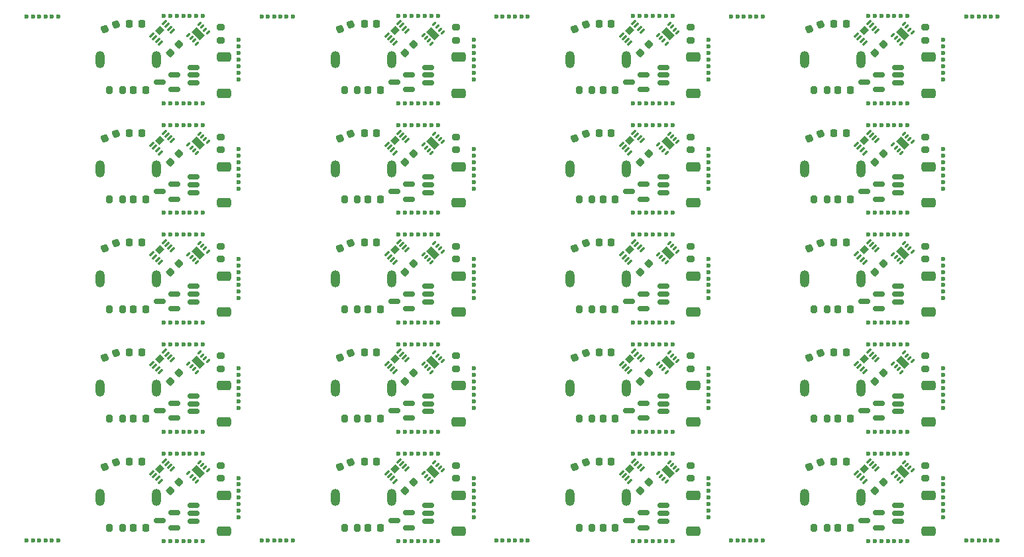
<source format=gbr>
%TF.GenerationSoftware,KiCad,Pcbnew,6.0.0-rc1-unknown-c40e921cb3~144~ubuntu18.04.1*%
%TF.CreationDate,2021-12-01T16:53:05+00:00*%
%TF.ProjectId,output.panel20,6f757470-7574-42e7-9061-6e656c32302e,rev?*%
%TF.SameCoordinates,PX9896800PY7270e00*%
%TF.FileFunction,Soldermask,Top*%
%TF.FilePolarity,Negative*%
%FSLAX46Y46*%
G04 Gerber Fmt 4.6, Leading zero omitted, Abs format (unit mm)*
G04 Created by KiCad (PCBNEW 6.0.0-rc1-unknown-c40e921cb3~144~ubuntu18.04.1) date 2021-12-01 16:53:05*
%MOMM*%
%LPD*%
G01*
G04 APERTURE LIST*
G04 Aperture macros list*
%AMRoundRect*
0 Rectangle with rounded corners*
0 $1 Rounding radius*
0 $2 $3 $4 $5 $6 $7 $8 $9 X,Y pos of 4 corners*
0 Add a 4 corners polygon primitive as box body*
4,1,4,$2,$3,$4,$5,$6,$7,$8,$9,$2,$3,0*
0 Add four circle primitives for the rounded corners*
1,1,$1+$1,$2,$3*
1,1,$1+$1,$4,$5*
1,1,$1+$1,$6,$7*
1,1,$1+$1,$8,$9*
0 Add four rect primitives between the rounded corners*
20,1,$1+$1,$2,$3,$4,$5,0*
20,1,$1+$1,$4,$5,$6,$7,0*
20,1,$1+$1,$6,$7,$8,$9,0*
20,1,$1+$1,$8,$9,$2,$3,0*%
%AMRotRect*
0 Rectangle, with rotation*
0 The origin of the aperture is its center*
0 $1 length*
0 $2 width*
0 $3 Rotation angle, in degrees counterclockwise*
0 Add horizontal line*
21,1,$1,$2,0,0,$3*%
G04 Aperture macros list end*
%ADD10RoundRect,0.200000X-0.200000X-0.275000X0.200000X-0.275000X0.200000X0.275000X-0.200000X0.275000X0*%
%ADD11O,1.200000X2.200000*%
%ADD12RoundRect,0.200000X0.275000X-0.200000X0.275000X0.200000X-0.275000X0.200000X-0.275000X-0.200000X0*%
%ADD13RoundRect,0.225000X-0.017678X0.335876X-0.335876X0.017678X0.017678X-0.335876X0.335876X-0.017678X0*%
%ADD14RoundRect,0.225000X-0.225000X-0.250000X0.225000X-0.250000X0.225000X0.250000X-0.225000X0.250000X0*%
%ADD15RoundRect,0.218750X-0.218750X-0.256250X0.218750X-0.256250X0.218750X0.256250X-0.218750X0.256250X0*%
%ADD16RoundRect,0.225000X0.109431X0.318041X-0.304796X0.142212X-0.109431X-0.318041X0.304796X-0.142212X0*%
%ADD17RoundRect,0.150000X0.625000X-0.150000X0.625000X0.150000X-0.625000X0.150000X-0.625000X-0.150000X0*%
%ADD18RoundRect,0.250000X0.650000X-0.350000X0.650000X0.350000X-0.650000X0.350000X-0.650000X-0.350000X0*%
%ADD19RotRect,0.800000X0.250000X45.000000*%
%ADD20RotRect,0.900000X0.800000X45.000000*%
%ADD21RoundRect,0.062500X-0.159099X-0.247487X0.247487X0.159099X0.159099X0.247487X-0.247487X-0.159099X0*%
%ADD22RotRect,0.900000X1.500000X45.000000*%
%ADD23RoundRect,0.150000X0.587500X0.150000X-0.587500X0.150000X-0.587500X-0.150000X0.587500X-0.150000X0*%
%ADD24C,0.600000*%
G04 APERTURE END LIST*
D10*
%TO.C,R1*%
X12575000Y-5400000D03*
X14225000Y-5400000D03*
%TD*%
D11*
%TO.C,J2*%
X-78600000Y54500000D03*
%TD*%
D12*
%TO.C,R2*%
X-33200000Y56975000D03*
X-33200000Y58625000D03*
%TD*%
D13*
%TO.C,C3*%
X21448008Y42448008D03*
X20351992Y41351992D03*
%TD*%
D11*
%TO.C,J2*%
X-48600000Y54500000D03*
%TD*%
D14*
%TO.C,C2*%
X15125000Y17100000D03*
X16675000Y17100000D03*
%TD*%
D15*
%TO.C,D1*%
X-74387500Y8600000D03*
X-72812500Y8600000D03*
%TD*%
%TO.C,D1*%
X-44387500Y8600000D03*
X-42812500Y8600000D03*
%TD*%
D13*
%TO.C,C3*%
X21448008Y28448008D03*
X20351992Y27351992D03*
%TD*%
D11*
%TO.C,J3*%
X-71400000Y40500000D03*
%TD*%
%TO.C,J2*%
X11400000Y54500000D03*
%TD*%
%TO.C,J3*%
X-71400000Y-1500000D03*
%TD*%
D14*
%TO.C,C2*%
X-14875000Y31100000D03*
X-13325000Y31100000D03*
%TD*%
D16*
%TO.C,C1*%
X-16586609Y59002817D03*
X-18013391Y58397183D03*
%TD*%
D17*
%TO.C,J1*%
X23300000Y9500000D03*
X23300000Y10500000D03*
X23300000Y11500000D03*
D18*
X27175000Y12800000D03*
X27175000Y8200000D03*
%TD*%
D14*
%TO.C,C2*%
X-74875000Y59100000D03*
X-73325000Y59100000D03*
%TD*%
D19*
%TO.C,U1*%
X17991852Y15652513D03*
X18345406Y15298959D03*
X18698959Y14945406D03*
X19052513Y14591852D03*
X20608148Y16147487D03*
X20254594Y16501041D03*
X19901041Y16854594D03*
X19547487Y17208148D03*
D20*
X19017157Y16182843D03*
%TD*%
D19*
%TO.C,U1*%
X-12008148Y15652513D03*
X-11654594Y15298959D03*
X-11301041Y14945406D03*
X-10947487Y14591852D03*
X-9391852Y16147487D03*
X-9745406Y16501041D03*
X-10098959Y16854594D03*
X-10452513Y17208148D03*
D20*
X-10982843Y16182843D03*
%TD*%
D11*
%TO.C,J2*%
X-18600000Y-1500000D03*
%TD*%
D17*
%TO.C,J1*%
X23300000Y23500000D03*
X23300000Y24500000D03*
X23300000Y25500000D03*
D18*
X27175000Y26800000D03*
X27175000Y22200000D03*
%TD*%
D11*
%TO.C,J3*%
X-71400000Y12500000D03*
%TD*%
D17*
%TO.C,J1*%
X-36700000Y-4500000D03*
X-36700000Y-3500000D03*
X-36700000Y-2500000D03*
D18*
X-32825000Y-1200000D03*
X-32825000Y-5800000D03*
%TD*%
D12*
%TO.C,R2*%
X26800000Y975000D03*
X26800000Y2625000D03*
%TD*%
D13*
%TO.C,C3*%
X-8551992Y42448008D03*
X-9648008Y41351992D03*
%TD*%
D12*
%TO.C,R2*%
X-63200000Y28975000D03*
X-63200000Y30625000D03*
%TD*%
D15*
%TO.C,D1*%
X15612500Y8600000D03*
X17187500Y8600000D03*
%TD*%
D12*
%TO.C,R2*%
X26800000Y42975000D03*
X26800000Y44625000D03*
%TD*%
D21*
%TO.C,U2*%
X22662563Y15623223D03*
X23016117Y15269670D03*
X23369670Y14916117D03*
X23723223Y14562563D03*
X25137437Y15976777D03*
X24783883Y16330330D03*
X24430330Y16683883D03*
X24076777Y17037437D03*
D22*
X23900000Y15800000D03*
%TD*%
D21*
%TO.C,U2*%
X-7337437Y1623223D03*
X-6983883Y1269670D03*
X-6630330Y916117D03*
X-6276777Y562563D03*
X-4862563Y1976777D03*
X-5216117Y2330330D03*
X-5569670Y2683883D03*
X-5923223Y3037437D03*
D22*
X-6100000Y1800000D03*
%TD*%
D14*
%TO.C,C2*%
X-74875000Y3100000D03*
X-73325000Y3100000D03*
%TD*%
D16*
%TO.C,C1*%
X-46586609Y3002817D03*
X-48013391Y2397183D03*
%TD*%
D23*
%TO.C,U3*%
X-39162500Y-5350000D03*
X-39162500Y-3450000D03*
X-41037500Y-4400000D03*
%TD*%
D19*
%TO.C,U1*%
X-72008148Y57652513D03*
X-71654594Y57298959D03*
X-71301041Y56945406D03*
X-70947487Y56591852D03*
X-69391852Y58147487D03*
X-69745406Y58501041D03*
X-70098959Y58854594D03*
X-70452513Y59208148D03*
D20*
X-70982843Y58182843D03*
%TD*%
D16*
%TO.C,C1*%
X-76586609Y17002817D03*
X-78013391Y16397183D03*
%TD*%
D14*
%TO.C,C2*%
X15125000Y59100000D03*
X16675000Y59100000D03*
%TD*%
D17*
%TO.C,J1*%
X-6700000Y51500000D03*
X-6700000Y52500000D03*
X-6700000Y53500000D03*
D18*
X-2825000Y50200000D03*
X-2825000Y54800000D03*
%TD*%
D21*
%TO.C,U2*%
X22662563Y43623223D03*
X23016117Y43269670D03*
X23369670Y42916117D03*
X23723223Y42562563D03*
X25137437Y43976777D03*
X24783883Y44330330D03*
X24430330Y44683883D03*
X24076777Y45037437D03*
D22*
X23900000Y43800000D03*
%TD*%
D19*
%TO.C,U1*%
X-12008148Y43652513D03*
X-11654594Y43298959D03*
X-11301041Y42945406D03*
X-10947487Y42591852D03*
X-9391852Y44147487D03*
X-9745406Y44501041D03*
X-10098959Y44854594D03*
X-10452513Y45208148D03*
D20*
X-10982843Y44182843D03*
%TD*%
D10*
%TO.C,R1*%
X-47425000Y36600000D03*
X-45775000Y36600000D03*
%TD*%
D11*
%TO.C,J2*%
X-78600000Y26500000D03*
%TD*%
D16*
%TO.C,C1*%
X-46586609Y45002817D03*
X-48013391Y44397183D03*
%TD*%
D23*
%TO.C,U3*%
X-9162500Y22650000D03*
X-9162500Y24550000D03*
X-11037500Y23600000D03*
%TD*%
D10*
%TO.C,R1*%
X-77425000Y36600000D03*
X-75775000Y36600000D03*
%TD*%
D21*
%TO.C,U2*%
X-7337437Y57623223D03*
X-6983883Y57269670D03*
X-6630330Y56916117D03*
X-6276777Y56562563D03*
X-4862563Y57976777D03*
X-5216117Y58330330D03*
X-5569670Y58683883D03*
X-5923223Y59037437D03*
D22*
X-6100000Y57800000D03*
%TD*%
D21*
%TO.C,U2*%
X-67337437Y57623223D03*
X-66983883Y57269670D03*
X-66630330Y56916117D03*
X-66276777Y56562563D03*
X-64862563Y57976777D03*
X-65216117Y58330330D03*
X-65569670Y58683883D03*
X-65923223Y59037437D03*
D22*
X-66100000Y57800000D03*
%TD*%
D11*
%TO.C,J2*%
X11400000Y12500000D03*
%TD*%
D16*
%TO.C,C1*%
X-16586609Y45002817D03*
X-18013391Y44397183D03*
%TD*%
D23*
%TO.C,U3*%
X20837500Y50650000D03*
X20837500Y52550000D03*
X18962500Y51600000D03*
%TD*%
D16*
%TO.C,C1*%
X-76586609Y31002817D03*
X-78013391Y30397183D03*
%TD*%
D15*
%TO.C,D1*%
X15612500Y-5400000D03*
X17187500Y-5400000D03*
%TD*%
D21*
%TO.C,U2*%
X-7337437Y15623223D03*
X-6983883Y15269670D03*
X-6630330Y14916117D03*
X-6276777Y14562563D03*
X-4862563Y15976777D03*
X-5216117Y16330330D03*
X-5569670Y16683883D03*
X-5923223Y17037437D03*
D22*
X-6100000Y15800000D03*
%TD*%
D21*
%TO.C,U2*%
X-67337437Y43623223D03*
X-66983883Y43269670D03*
X-66630330Y42916117D03*
X-66276777Y42562563D03*
X-64862563Y43976777D03*
X-65216117Y44330330D03*
X-65569670Y44683883D03*
X-65923223Y45037437D03*
D22*
X-66100000Y43800000D03*
%TD*%
D10*
%TO.C,R1*%
X12575000Y50600000D03*
X14225000Y50600000D03*
%TD*%
D15*
%TO.C,D1*%
X-74387500Y-5400000D03*
X-72812500Y-5400000D03*
%TD*%
D23*
%TO.C,U3*%
X-69162500Y36650000D03*
X-69162500Y38550000D03*
X-71037500Y37600000D03*
%TD*%
D17*
%TO.C,J1*%
X-36700000Y23500000D03*
X-36700000Y24500000D03*
X-36700000Y25500000D03*
D18*
X-32825000Y22200000D03*
X-32825000Y26800000D03*
%TD*%
D16*
%TO.C,C1*%
X-76586609Y59002817D03*
X-78013391Y58397183D03*
%TD*%
D23*
%TO.C,U3*%
X-69162500Y22650000D03*
X-69162500Y24550000D03*
X-71037500Y23600000D03*
%TD*%
%TO.C,U3*%
X-69162500Y-5350000D03*
X-69162500Y-3450000D03*
X-71037500Y-4400000D03*
%TD*%
%TO.C,U3*%
X-9162500Y50650000D03*
X-9162500Y52550000D03*
X-11037500Y51600000D03*
%TD*%
D11*
%TO.C,J3*%
X-11400000Y26500000D03*
%TD*%
D17*
%TO.C,J1*%
X-6700000Y37500000D03*
X-6700000Y38500000D03*
X-6700000Y39500000D03*
D18*
X-2825000Y40800000D03*
X-2825000Y36200000D03*
%TD*%
D23*
%TO.C,U3*%
X-39162500Y50650000D03*
X-39162500Y52550000D03*
X-41037500Y51600000D03*
%TD*%
D16*
%TO.C,C1*%
X-76586609Y45002817D03*
X-78013391Y44397183D03*
%TD*%
D13*
%TO.C,C3*%
X-8551992Y448008D03*
X-9648008Y-648008D03*
%TD*%
D19*
%TO.C,U1*%
X-42008148Y43652513D03*
X-41654594Y43298959D03*
X-41301041Y42945406D03*
X-40947487Y42591852D03*
X-39391852Y44147487D03*
X-39745406Y44501041D03*
X-40098959Y44854594D03*
X-40452513Y45208148D03*
D20*
X-40982843Y44182843D03*
%TD*%
D11*
%TO.C,J3*%
X18600000Y26500000D03*
%TD*%
%TO.C,J3*%
X-41400000Y40500000D03*
%TD*%
D10*
%TO.C,R1*%
X12575000Y8600000D03*
X14225000Y8600000D03*
%TD*%
D11*
%TO.C,J2*%
X11400000Y26500000D03*
%TD*%
D21*
%TO.C,U2*%
X-37337437Y15623223D03*
X-36983883Y15269670D03*
X-36630330Y14916117D03*
X-36276777Y14562563D03*
X-34862563Y15976777D03*
X-35216117Y16330330D03*
X-35569670Y16683883D03*
X-35923223Y17037437D03*
D22*
X-36100000Y15800000D03*
%TD*%
D11*
%TO.C,J3*%
X-71400000Y54500000D03*
%TD*%
D12*
%TO.C,R2*%
X-63200000Y14975000D03*
X-63200000Y16625000D03*
%TD*%
D16*
%TO.C,C1*%
X-46586609Y59002817D03*
X-48013391Y58397183D03*
%TD*%
D15*
%TO.C,D1*%
X-14387500Y-5400000D03*
X-12812500Y-5400000D03*
%TD*%
D12*
%TO.C,R2*%
X-33200000Y42975000D03*
X-33200000Y44625000D03*
%TD*%
D11*
%TO.C,J3*%
X18600000Y54500000D03*
%TD*%
D13*
%TO.C,C3*%
X-38551992Y56448008D03*
X-39648008Y55351992D03*
%TD*%
D16*
%TO.C,C1*%
X13413391Y59002817D03*
X11986609Y58397183D03*
%TD*%
D19*
%TO.C,U1*%
X-72008148Y1652513D03*
X-71654594Y1298959D03*
X-71301041Y945406D03*
X-70947487Y591852D03*
X-69391852Y2147487D03*
X-69745406Y2501041D03*
X-70098959Y2854594D03*
X-70452513Y3208148D03*
D20*
X-70982843Y2182843D03*
%TD*%
D14*
%TO.C,C2*%
X-74875000Y31100000D03*
X-73325000Y31100000D03*
%TD*%
D10*
%TO.C,R1*%
X-47425000Y-5400000D03*
X-45775000Y-5400000D03*
%TD*%
D12*
%TO.C,R2*%
X-33200000Y975000D03*
X-33200000Y2625000D03*
%TD*%
D10*
%TO.C,R1*%
X-77425000Y50600000D03*
X-75775000Y50600000D03*
%TD*%
D14*
%TO.C,C2*%
X-14875000Y59100000D03*
X-13325000Y59100000D03*
%TD*%
D21*
%TO.C,U2*%
X-37337437Y43623223D03*
X-36983883Y43269670D03*
X-36630330Y42916117D03*
X-36276777Y42562563D03*
X-34862563Y43976777D03*
X-35216117Y44330330D03*
X-35569670Y44683883D03*
X-35923223Y45037437D03*
D22*
X-36100000Y43800000D03*
%TD*%
D12*
%TO.C,R2*%
X-33200000Y14975000D03*
X-33200000Y16625000D03*
%TD*%
D14*
%TO.C,C2*%
X-44875000Y3100000D03*
X-43325000Y3100000D03*
%TD*%
D23*
%TO.C,U3*%
X20837500Y36650000D03*
X20837500Y38550000D03*
X18962500Y37600000D03*
%TD*%
D21*
%TO.C,U2*%
X22662563Y29623223D03*
X23016117Y29269670D03*
X23369670Y28916117D03*
X23723223Y28562563D03*
X25137437Y29976777D03*
X24783883Y30330330D03*
X24430330Y30683883D03*
X24076777Y31037437D03*
D22*
X23900000Y29800000D03*
%TD*%
D11*
%TO.C,J3*%
X-11400000Y12500000D03*
%TD*%
D16*
%TO.C,C1*%
X-76586609Y3002817D03*
X-78013391Y2397183D03*
%TD*%
%TO.C,C1*%
X-16586609Y3002817D03*
X-18013391Y2397183D03*
%TD*%
D10*
%TO.C,R1*%
X-17425000Y-5400000D03*
X-15775000Y-5400000D03*
%TD*%
D21*
%TO.C,U2*%
X-37337437Y57623223D03*
X-36983883Y57269670D03*
X-36630330Y56916117D03*
X-36276777Y56562563D03*
X-34862563Y57976777D03*
X-35216117Y58330330D03*
X-35569670Y58683883D03*
X-35923223Y59037437D03*
D22*
X-36100000Y57800000D03*
%TD*%
D16*
%TO.C,C1*%
X-46586609Y31002817D03*
X-48013391Y30397183D03*
%TD*%
%TO.C,C1*%
X-16586609Y31002817D03*
X-18013391Y30397183D03*
%TD*%
%TO.C,C1*%
X13413391Y45002817D03*
X11986609Y44397183D03*
%TD*%
D19*
%TO.C,U1*%
X17991852Y29652513D03*
X18345406Y29298959D03*
X18698959Y28945406D03*
X19052513Y28591852D03*
X20608148Y30147487D03*
X20254594Y30501041D03*
X19901041Y30854594D03*
X19547487Y31208148D03*
D20*
X19017157Y30182843D03*
%TD*%
D16*
%TO.C,C1*%
X13413391Y3002817D03*
X11986609Y2397183D03*
%TD*%
D10*
%TO.C,R1*%
X-77425000Y-5400000D03*
X-75775000Y-5400000D03*
%TD*%
D11*
%TO.C,J2*%
X-78600000Y-1500000D03*
%TD*%
D19*
%TO.C,U1*%
X-72008148Y15652513D03*
X-71654594Y15298959D03*
X-71301041Y14945406D03*
X-70947487Y14591852D03*
X-69391852Y16147487D03*
X-69745406Y16501041D03*
X-70098959Y16854594D03*
X-70452513Y17208148D03*
D20*
X-70982843Y16182843D03*
%TD*%
D19*
%TO.C,U1*%
X17991852Y43652513D03*
X18345406Y43298959D03*
X18698959Y42945406D03*
X19052513Y42591852D03*
X20608148Y44147487D03*
X20254594Y44501041D03*
X19901041Y44854594D03*
X19547487Y45208148D03*
D20*
X19017157Y44182843D03*
%TD*%
D13*
%TO.C,C3*%
X-68551992Y56448008D03*
X-69648008Y55351992D03*
%TD*%
D10*
%TO.C,R1*%
X12575000Y22600000D03*
X14225000Y22600000D03*
%TD*%
D11*
%TO.C,J2*%
X-48600000Y-1500000D03*
%TD*%
D14*
%TO.C,C2*%
X15125000Y3100000D03*
X16675000Y3100000D03*
%TD*%
D13*
%TO.C,C3*%
X-68551992Y28448008D03*
X-69648008Y27351992D03*
%TD*%
D15*
%TO.C,D1*%
X-74387500Y36600000D03*
X-72812500Y36600000D03*
%TD*%
D17*
%TO.C,J1*%
X-6700000Y23500000D03*
X-6700000Y24500000D03*
X-6700000Y25500000D03*
D18*
X-2825000Y26800000D03*
X-2825000Y22200000D03*
%TD*%
D17*
%TO.C,J1*%
X-36700000Y9500000D03*
X-36700000Y10500000D03*
X-36700000Y11500000D03*
D18*
X-32825000Y8200000D03*
X-32825000Y12800000D03*
%TD*%
D19*
%TO.C,U1*%
X-42008148Y29652513D03*
X-41654594Y29298959D03*
X-41301041Y28945406D03*
X-40947487Y28591852D03*
X-39391852Y30147487D03*
X-39745406Y30501041D03*
X-40098959Y30854594D03*
X-40452513Y31208148D03*
D20*
X-40982843Y30182843D03*
%TD*%
D12*
%TO.C,R2*%
X-3200000Y56975000D03*
X-3200000Y58625000D03*
%TD*%
D19*
%TO.C,U1*%
X-42008148Y57652513D03*
X-41654594Y57298959D03*
X-41301041Y56945406D03*
X-40947487Y56591852D03*
X-39391852Y58147487D03*
X-39745406Y58501041D03*
X-40098959Y58854594D03*
X-40452513Y59208148D03*
D20*
X-40982843Y58182843D03*
%TD*%
D23*
%TO.C,U3*%
X-9162500Y36650000D03*
X-9162500Y38550000D03*
X-11037500Y37600000D03*
%TD*%
D10*
%TO.C,R1*%
X-17425000Y22600000D03*
X-15775000Y22600000D03*
%TD*%
D23*
%TO.C,U3*%
X-9162500Y-5350000D03*
X-9162500Y-3450000D03*
X-11037500Y-4400000D03*
%TD*%
D11*
%TO.C,J2*%
X-18600000Y54500000D03*
%TD*%
D21*
%TO.C,U2*%
X-67337437Y29623223D03*
X-66983883Y29269670D03*
X-66630330Y28916117D03*
X-66276777Y28562563D03*
X-64862563Y29976777D03*
X-65216117Y30330330D03*
X-65569670Y30683883D03*
X-65923223Y31037437D03*
D22*
X-66100000Y29800000D03*
%TD*%
D19*
%TO.C,U1*%
X-12008148Y57652513D03*
X-11654594Y57298959D03*
X-11301041Y56945406D03*
X-10947487Y56591852D03*
X-9391852Y58147487D03*
X-9745406Y58501041D03*
X-10098959Y58854594D03*
X-10452513Y59208148D03*
D20*
X-10982843Y58182843D03*
%TD*%
D11*
%TO.C,J3*%
X-11400000Y40500000D03*
%TD*%
D14*
%TO.C,C2*%
X-74875000Y17100000D03*
X-73325000Y17100000D03*
%TD*%
D12*
%TO.C,R2*%
X-3200000Y42975000D03*
X-3200000Y44625000D03*
%TD*%
D16*
%TO.C,C1*%
X13413391Y31002817D03*
X11986609Y30397183D03*
%TD*%
D21*
%TO.C,U2*%
X-37337437Y29623223D03*
X-36983883Y29269670D03*
X-36630330Y28916117D03*
X-36276777Y28562563D03*
X-34862563Y29976777D03*
X-35216117Y30330330D03*
X-35569670Y30683883D03*
X-35923223Y31037437D03*
D22*
X-36100000Y29800000D03*
%TD*%
D11*
%TO.C,J2*%
X-48600000Y26500000D03*
%TD*%
%TO.C,J2*%
X-48600000Y12500000D03*
%TD*%
D12*
%TO.C,R2*%
X-63200000Y56975000D03*
X-63200000Y58625000D03*
%TD*%
D15*
%TO.C,D1*%
X-14387500Y8600000D03*
X-12812500Y8600000D03*
%TD*%
D19*
%TO.C,U1*%
X-72008148Y29652513D03*
X-71654594Y29298959D03*
X-71301041Y28945406D03*
X-70947487Y28591852D03*
X-69391852Y30147487D03*
X-69745406Y30501041D03*
X-70098959Y30854594D03*
X-70452513Y31208148D03*
D20*
X-70982843Y30182843D03*
%TD*%
D15*
%TO.C,D1*%
X15612500Y22600000D03*
X17187500Y22600000D03*
%TD*%
D17*
%TO.C,J1*%
X-66700000Y-4500000D03*
X-66700000Y-3500000D03*
X-66700000Y-2500000D03*
D18*
X-62825000Y-1200000D03*
X-62825000Y-5800000D03*
%TD*%
D15*
%TO.C,D1*%
X-44387500Y36600000D03*
X-42812500Y36600000D03*
%TD*%
D12*
%TO.C,R2*%
X26800000Y14975000D03*
X26800000Y16625000D03*
%TD*%
D14*
%TO.C,C2*%
X-14875000Y45100000D03*
X-13325000Y45100000D03*
%TD*%
D15*
%TO.C,D1*%
X-44387500Y-5400000D03*
X-42812500Y-5400000D03*
%TD*%
D23*
%TO.C,U3*%
X20837500Y22650000D03*
X20837500Y24550000D03*
X18962500Y23600000D03*
%TD*%
D17*
%TO.C,J1*%
X-66700000Y9500000D03*
X-66700000Y10500000D03*
X-66700000Y11500000D03*
D18*
X-62825000Y8200000D03*
X-62825000Y12800000D03*
%TD*%
D14*
%TO.C,C2*%
X15125000Y45100000D03*
X16675000Y45100000D03*
%TD*%
D15*
%TO.C,D1*%
X-14387500Y50600000D03*
X-12812500Y50600000D03*
%TD*%
D11*
%TO.C,J3*%
X-71400000Y26500000D03*
%TD*%
D13*
%TO.C,C3*%
X-68551992Y42448008D03*
X-69648008Y41351992D03*
%TD*%
D23*
%TO.C,U3*%
X20837500Y8650000D03*
X20837500Y10550000D03*
X18962500Y9600000D03*
%TD*%
D11*
%TO.C,J2*%
X11400000Y-1500000D03*
%TD*%
D13*
%TO.C,C3*%
X-68551992Y448008D03*
X-69648008Y-648008D03*
%TD*%
D14*
%TO.C,C2*%
X-44875000Y31100000D03*
X-43325000Y31100000D03*
%TD*%
D13*
%TO.C,C3*%
X-38551992Y448008D03*
X-39648008Y-648008D03*
%TD*%
D19*
%TO.C,U1*%
X17991852Y57652513D03*
X18345406Y57298959D03*
X18698959Y56945406D03*
X19052513Y56591852D03*
X20608148Y58147487D03*
X20254594Y58501041D03*
X19901041Y58854594D03*
X19547487Y59208148D03*
D20*
X19017157Y58182843D03*
%TD*%
D19*
%TO.C,U1*%
X-42008148Y15652513D03*
X-41654594Y15298959D03*
X-41301041Y14945406D03*
X-40947487Y14591852D03*
X-39391852Y16147487D03*
X-39745406Y16501041D03*
X-40098959Y16854594D03*
X-40452513Y17208148D03*
D20*
X-40982843Y16182843D03*
%TD*%
D10*
%TO.C,R1*%
X12575000Y36600000D03*
X14225000Y36600000D03*
%TD*%
%TO.C,R1*%
X-17425000Y8600000D03*
X-15775000Y8600000D03*
%TD*%
D19*
%TO.C,U1*%
X-12008148Y29652513D03*
X-11654594Y29298959D03*
X-11301041Y28945406D03*
X-10947487Y28591852D03*
X-9391852Y30147487D03*
X-9745406Y30501041D03*
X-10098959Y30854594D03*
X-10452513Y31208148D03*
D20*
X-10982843Y30182843D03*
%TD*%
D14*
%TO.C,C2*%
X-14875000Y3100000D03*
X-13325000Y3100000D03*
%TD*%
D23*
%TO.C,U3*%
X-39162500Y36650000D03*
X-39162500Y38550000D03*
X-41037500Y37600000D03*
%TD*%
D14*
%TO.C,C2*%
X-14875000Y17100000D03*
X-13325000Y17100000D03*
%TD*%
D23*
%TO.C,U3*%
X-39162500Y22650000D03*
X-39162500Y24550000D03*
X-41037500Y23600000D03*
%TD*%
D11*
%TO.C,J2*%
X-78600000Y40500000D03*
%TD*%
%TO.C,J3*%
X-11400000Y-1500000D03*
%TD*%
D19*
%TO.C,U1*%
X-72008148Y43652513D03*
X-71654594Y43298959D03*
X-71301041Y42945406D03*
X-70947487Y42591852D03*
X-69391852Y44147487D03*
X-69745406Y44501041D03*
X-70098959Y44854594D03*
X-70452513Y45208148D03*
D20*
X-70982843Y44182843D03*
%TD*%
D15*
%TO.C,D1*%
X15612500Y36600000D03*
X17187500Y36600000D03*
%TD*%
D13*
%TO.C,C3*%
X-8551992Y56448008D03*
X-9648008Y55351992D03*
%TD*%
D14*
%TO.C,C2*%
X-44875000Y17100000D03*
X-43325000Y17100000D03*
%TD*%
D12*
%TO.C,R2*%
X-3200000Y14975000D03*
X-3200000Y16625000D03*
%TD*%
D15*
%TO.C,D1*%
X-14387500Y36600000D03*
X-12812500Y36600000D03*
%TD*%
%TO.C,D1*%
X15612500Y50600000D03*
X17187500Y50600000D03*
%TD*%
D13*
%TO.C,C3*%
X-68551992Y14448008D03*
X-69648008Y13351992D03*
%TD*%
D14*
%TO.C,C2*%
X-44875000Y59100000D03*
X-43325000Y59100000D03*
%TD*%
D17*
%TO.C,J1*%
X-6700000Y9500000D03*
X-6700000Y10500000D03*
X-6700000Y11500000D03*
D18*
X-2825000Y8200000D03*
X-2825000Y12800000D03*
%TD*%
D17*
%TO.C,J1*%
X23300000Y-4500000D03*
X23300000Y-3500000D03*
X23300000Y-2500000D03*
D18*
X27175000Y-1200000D03*
X27175000Y-5800000D03*
%TD*%
D10*
%TO.C,R1*%
X-17425000Y36600000D03*
X-15775000Y36600000D03*
%TD*%
D21*
%TO.C,U2*%
X-7337437Y29623223D03*
X-6983883Y29269670D03*
X-6630330Y28916117D03*
X-6276777Y28562563D03*
X-4862563Y29976777D03*
X-5216117Y30330330D03*
X-5569670Y30683883D03*
X-5923223Y31037437D03*
D22*
X-6100000Y29800000D03*
%TD*%
D15*
%TO.C,D1*%
X-74387500Y50600000D03*
X-72812500Y50600000D03*
%TD*%
D11*
%TO.C,J2*%
X-48600000Y40500000D03*
%TD*%
%TO.C,J3*%
X18600000Y12500000D03*
%TD*%
D10*
%TO.C,R1*%
X-17425000Y50600000D03*
X-15775000Y50600000D03*
%TD*%
D12*
%TO.C,R2*%
X-3200000Y28975000D03*
X-3200000Y30625000D03*
%TD*%
%TO.C,R2*%
X-63200000Y42975000D03*
X-63200000Y44625000D03*
%TD*%
D15*
%TO.C,D1*%
X-44387500Y22600000D03*
X-42812500Y22600000D03*
%TD*%
D12*
%TO.C,R2*%
X26800000Y56975000D03*
X26800000Y58625000D03*
%TD*%
D13*
%TO.C,C3*%
X-38551992Y14448008D03*
X-39648008Y13351992D03*
%TD*%
D19*
%TO.C,U1*%
X17991852Y1652513D03*
X18345406Y1298959D03*
X18698959Y945406D03*
X19052513Y591852D03*
X20608148Y2147487D03*
X20254594Y2501041D03*
X19901041Y2854594D03*
X19547487Y3208148D03*
D20*
X19017157Y2182843D03*
%TD*%
D21*
%TO.C,U2*%
X22662563Y1623223D03*
X23016117Y1269670D03*
X23369670Y916117D03*
X23723223Y562563D03*
X25137437Y1976777D03*
X24783883Y2330330D03*
X24430330Y2683883D03*
X24076777Y3037437D03*
D22*
X23900000Y1800000D03*
%TD*%
D11*
%TO.C,J2*%
X-78600000Y12500000D03*
%TD*%
D12*
%TO.C,R2*%
X-3200000Y975000D03*
X-3200000Y2625000D03*
%TD*%
D17*
%TO.C,J1*%
X-66700000Y23500000D03*
X-66700000Y24500000D03*
X-66700000Y25500000D03*
D18*
X-62825000Y26800000D03*
X-62825000Y22200000D03*
%TD*%
D11*
%TO.C,J3*%
X18600000Y40500000D03*
%TD*%
D23*
%TO.C,U3*%
X-9162500Y8650000D03*
X-9162500Y10550000D03*
X-11037500Y9600000D03*
%TD*%
D13*
%TO.C,C3*%
X-38551992Y42448008D03*
X-39648008Y41351992D03*
%TD*%
D15*
%TO.C,D1*%
X-14387500Y22600000D03*
X-12812500Y22600000D03*
%TD*%
D16*
%TO.C,C1*%
X13413391Y17002817D03*
X11986609Y16397183D03*
%TD*%
D21*
%TO.C,U2*%
X-67337437Y1623223D03*
X-66983883Y1269670D03*
X-66630330Y916117D03*
X-66276777Y562563D03*
X-64862563Y1976777D03*
X-65216117Y2330330D03*
X-65569670Y2683883D03*
X-65923223Y3037437D03*
D22*
X-66100000Y1800000D03*
%TD*%
D17*
%TO.C,J1*%
X-36700000Y51500000D03*
X-36700000Y52500000D03*
X-36700000Y53500000D03*
D18*
X-32825000Y50200000D03*
X-32825000Y54800000D03*
%TD*%
D11*
%TO.C,J3*%
X-41400000Y54500000D03*
%TD*%
D21*
%TO.C,U2*%
X-7337437Y43623223D03*
X-6983883Y43269670D03*
X-6630330Y42916117D03*
X-6276777Y42562563D03*
X-4862563Y43976777D03*
X-5216117Y44330330D03*
X-5569670Y44683883D03*
X-5923223Y45037437D03*
D22*
X-6100000Y43800000D03*
%TD*%
D11*
%TO.C,J3*%
X-41400000Y12500000D03*
%TD*%
D17*
%TO.C,J1*%
X23300000Y51500000D03*
X23300000Y52500000D03*
X23300000Y53500000D03*
D18*
X27175000Y54800000D03*
X27175000Y50200000D03*
%TD*%
D13*
%TO.C,C3*%
X21448008Y56448008D03*
X20351992Y55351992D03*
%TD*%
D16*
%TO.C,C1*%
X-16586609Y17002817D03*
X-18013391Y16397183D03*
%TD*%
D12*
%TO.C,R2*%
X-63200000Y975000D03*
X-63200000Y2625000D03*
%TD*%
D10*
%TO.C,R1*%
X-47425000Y22600000D03*
X-45775000Y22600000D03*
%TD*%
D16*
%TO.C,C1*%
X-46586609Y17002817D03*
X-48013391Y16397183D03*
%TD*%
D10*
%TO.C,R1*%
X-47425000Y50600000D03*
X-45775000Y50600000D03*
%TD*%
D23*
%TO.C,U3*%
X-69162500Y50650000D03*
X-69162500Y52550000D03*
X-71037500Y51600000D03*
%TD*%
D12*
%TO.C,R2*%
X-33200000Y28975000D03*
X-33200000Y30625000D03*
%TD*%
D13*
%TO.C,C3*%
X-8551992Y14448008D03*
X-9648008Y13351992D03*
%TD*%
D21*
%TO.C,U2*%
X22662563Y57623223D03*
X23016117Y57269670D03*
X23369670Y56916117D03*
X23723223Y56562563D03*
X25137437Y57976777D03*
X24783883Y58330330D03*
X24430330Y58683883D03*
X24076777Y59037437D03*
D22*
X23900000Y57800000D03*
%TD*%
D17*
%TO.C,J1*%
X-6700000Y-4500000D03*
X-6700000Y-3500000D03*
X-6700000Y-2500000D03*
D18*
X-2825000Y-1200000D03*
X-2825000Y-5800000D03*
%TD*%
D15*
%TO.C,D1*%
X-44387500Y50600000D03*
X-42812500Y50600000D03*
%TD*%
D10*
%TO.C,R1*%
X-47425000Y8600000D03*
X-45775000Y8600000D03*
%TD*%
D14*
%TO.C,C2*%
X-74875000Y45100000D03*
X-73325000Y45100000D03*
%TD*%
D13*
%TO.C,C3*%
X21448008Y14448008D03*
X20351992Y13351992D03*
%TD*%
D17*
%TO.C,J1*%
X-66700000Y37500000D03*
X-66700000Y38500000D03*
X-66700000Y39500000D03*
D18*
X-62825000Y40800000D03*
X-62825000Y36200000D03*
%TD*%
D13*
%TO.C,C3*%
X-8551992Y28448008D03*
X-9648008Y27351992D03*
%TD*%
D10*
%TO.C,R1*%
X-77425000Y22600000D03*
X-75775000Y22600000D03*
%TD*%
D11*
%TO.C,J3*%
X-41400000Y26500000D03*
%TD*%
%TO.C,J2*%
X11400000Y40500000D03*
%TD*%
D14*
%TO.C,C2*%
X15125000Y31100000D03*
X16675000Y31100000D03*
%TD*%
D11*
%TO.C,J2*%
X-18600000Y26500000D03*
%TD*%
D14*
%TO.C,C2*%
X-44875000Y45100000D03*
X-43325000Y45100000D03*
%TD*%
D13*
%TO.C,C3*%
X21448008Y448008D03*
X20351992Y-648008D03*
%TD*%
D23*
%TO.C,U3*%
X-39162500Y8650000D03*
X-39162500Y10550000D03*
X-41037500Y9600000D03*
%TD*%
D17*
%TO.C,J1*%
X23300000Y37500000D03*
X23300000Y38500000D03*
X23300000Y39500000D03*
D18*
X27175000Y40800000D03*
X27175000Y36200000D03*
%TD*%
D13*
%TO.C,C3*%
X-38551992Y28448008D03*
X-39648008Y27351992D03*
%TD*%
D11*
%TO.C,J3*%
X18600000Y-1500000D03*
%TD*%
%TO.C,J2*%
X-18600000Y40500000D03*
%TD*%
D23*
%TO.C,U3*%
X-69162500Y8650000D03*
X-69162500Y10550000D03*
X-71037500Y9600000D03*
%TD*%
D10*
%TO.C,R1*%
X-77425000Y8600000D03*
X-75775000Y8600000D03*
%TD*%
D17*
%TO.C,J1*%
X-36700000Y37500000D03*
X-36700000Y38500000D03*
X-36700000Y39500000D03*
D18*
X-32825000Y36200000D03*
X-32825000Y40800000D03*
%TD*%
D21*
%TO.C,U2*%
X-67337437Y15623223D03*
X-66983883Y15269670D03*
X-66630330Y14916117D03*
X-66276777Y14562563D03*
X-64862563Y15976777D03*
X-65216117Y16330330D03*
X-65569670Y16683883D03*
X-65923223Y17037437D03*
D22*
X-66100000Y15800000D03*
%TD*%
D11*
%TO.C,J2*%
X-18600000Y12500000D03*
%TD*%
D21*
%TO.C,U2*%
X-37337437Y1623223D03*
X-36983883Y1269670D03*
X-36630330Y916117D03*
X-36276777Y562563D03*
X-34862563Y1976777D03*
X-35216117Y2330330D03*
X-35569670Y2683883D03*
X-35923223Y3037437D03*
D22*
X-36100000Y1800000D03*
%TD*%
D11*
%TO.C,J3*%
X-41400000Y-1500000D03*
%TD*%
D12*
%TO.C,R2*%
X26800000Y28975000D03*
X26800000Y30625000D03*
%TD*%
D15*
%TO.C,D1*%
X-74387500Y22600000D03*
X-72812500Y22600000D03*
%TD*%
D17*
%TO.C,J1*%
X-66700000Y51500000D03*
X-66700000Y52500000D03*
X-66700000Y53500000D03*
D18*
X-62825000Y50200000D03*
X-62825000Y54800000D03*
%TD*%
D19*
%TO.C,U1*%
X-42008148Y1652513D03*
X-41654594Y1298959D03*
X-41301041Y945406D03*
X-40947487Y591852D03*
X-39391852Y2147487D03*
X-39745406Y2501041D03*
X-40098959Y2854594D03*
X-40452513Y3208148D03*
D20*
X-40982843Y2182843D03*
%TD*%
D19*
%TO.C,U1*%
X-12008148Y1652513D03*
X-11654594Y1298959D03*
X-11301041Y945406D03*
X-10947487Y591852D03*
X-9391852Y2147487D03*
X-9745406Y2501041D03*
X-10098959Y2854594D03*
X-10452513Y3208148D03*
D20*
X-10982843Y2182843D03*
%TD*%
D11*
%TO.C,J3*%
X-11400000Y54500000D03*
%TD*%
D23*
%TO.C,U3*%
X20837500Y-5350000D03*
X20837500Y-3450000D03*
X18962500Y-4400000D03*
%TD*%
D24*
%TO.C,*%
X-40517155Y20900000D03*
X-39678100Y20900000D03*
X-38839045Y20900000D03*
X-37999990Y20900000D03*
X-37160935Y20900000D03*
X-36321880Y20900000D03*
X-35482825Y20900000D03*
%TD*%
%TO.C,*%
X-35482836Y18100000D03*
X-36321891Y18100000D03*
X-37160946Y18100000D03*
X-38000001Y18100000D03*
X-38839056Y18100000D03*
X-39678111Y18100000D03*
X-40517166Y18100000D03*
%TD*%
%TO.C,*%
X-30900000Y37982847D03*
X-30900000Y38821897D03*
X-30900000Y39660947D03*
X-30900000Y40499997D03*
X-30900000Y41339047D03*
X-30900000Y42178097D03*
X-30900000Y43017147D03*
%TD*%
%TO.C,*%
X-70517155Y20900000D03*
X-69678100Y20900000D03*
X-68839045Y20900000D03*
X-67999990Y20900000D03*
X-67160935Y20900000D03*
X-66321880Y20900000D03*
X-65482825Y20900000D03*
%TD*%
%TO.C,*%
X-65482836Y18100000D03*
X-66321891Y18100000D03*
X-67160946Y18100000D03*
X-68000001Y18100000D03*
X-68839056Y18100000D03*
X-69678111Y18100000D03*
X-70517166Y18100000D03*
%TD*%
%TO.C,*%
X19482845Y48900000D03*
X20321900Y48900000D03*
X21160955Y48900000D03*
X22000010Y48900000D03*
X22839065Y48900000D03*
X23678120Y48900000D03*
X24517175Y48900000D03*
%TD*%
%TO.C,*%
X24517164Y46100000D03*
X23678109Y46100000D03*
X22839054Y46100000D03*
X21999999Y46100000D03*
X21160944Y46100000D03*
X20321889Y46100000D03*
X19482834Y46100000D03*
%TD*%
%TO.C,*%
X-40517155Y-7100000D03*
X-39678100Y-7100000D03*
X-38839045Y-7100000D03*
X-37999990Y-7100000D03*
X-37160935Y-7100000D03*
X-36321880Y-7100000D03*
X-35482825Y-7100000D03*
%TD*%
%TO.C,*%
X-60900000Y51982847D03*
X-60900000Y52821897D03*
X-60900000Y53660947D03*
X-60900000Y54499997D03*
X-60900000Y55339047D03*
X-60900000Y56178097D03*
X-60900000Y57017147D03*
%TD*%
%TO.C,*%
X19482845Y-7100000D03*
X20321900Y-7100000D03*
X21160955Y-7100000D03*
X22000010Y-7100000D03*
X22839065Y-7100000D03*
X23678120Y-7100000D03*
X24517175Y-7100000D03*
%TD*%
%TO.C,*%
X-5482836Y60100000D03*
X-6321891Y60100000D03*
X-7160946Y60100000D03*
X-8000001Y60100000D03*
X-8839056Y60100000D03*
X-9678111Y60100000D03*
X-10517166Y60100000D03*
%TD*%
%TO.C,*%
X24517164Y60100000D03*
X23678109Y60100000D03*
X22839054Y60100000D03*
X21999999Y60100000D03*
X21160944Y60100000D03*
X20321889Y60100000D03*
X19482834Y60100000D03*
%TD*%
%TO.C,*%
X-60900000Y23982847D03*
X-60900000Y24821897D03*
X-60900000Y25660947D03*
X-60900000Y26499997D03*
X-60900000Y27339047D03*
X-60900000Y28178097D03*
X-60900000Y29017147D03*
%TD*%
%TO.C,*%
X19482845Y6900000D03*
X20321900Y6900000D03*
X21160955Y6900000D03*
X22000010Y6900000D03*
X22839065Y6900000D03*
X23678120Y6900000D03*
X24517175Y6900000D03*
%TD*%
%TO.C,*%
X24517164Y4100000D03*
X23678109Y4100000D03*
X22839054Y4100000D03*
X21999999Y4100000D03*
X21160944Y4100000D03*
X20321889Y4100000D03*
X19482834Y4100000D03*
%TD*%
%TO.C,*%
X-40517155Y6900000D03*
X-39678100Y6900000D03*
X-38839045Y6900000D03*
X-37999990Y6900000D03*
X-37160935Y6900000D03*
X-36321880Y6900000D03*
X-35482825Y6900000D03*
%TD*%
%TO.C,*%
X-35482836Y4100000D03*
X-36321891Y4100000D03*
X-37160946Y4100000D03*
X-38000001Y4100000D03*
X-38839056Y4100000D03*
X-39678111Y4100000D03*
X-40517166Y4100000D03*
%TD*%
%TO.C,*%
X-10517155Y34900000D03*
X-9678100Y34900000D03*
X-8839045Y34900000D03*
X-7999990Y34900000D03*
X-7160935Y34900000D03*
X-6321880Y34900000D03*
X-5482825Y34900000D03*
%TD*%
%TO.C,*%
X-5482836Y32100000D03*
X-6321891Y32100000D03*
X-7160946Y32100000D03*
X-8000001Y32100000D03*
X-8839056Y32100000D03*
X-9678111Y32100000D03*
X-10517166Y32100000D03*
%TD*%
%TO.C,*%
X-900000Y51982847D03*
X-900000Y52821897D03*
X-900000Y53660947D03*
X-900000Y54499997D03*
X-900000Y55339047D03*
X-900000Y56178097D03*
X-900000Y57017147D03*
%TD*%
%TO.C,*%
X-60900000Y9982847D03*
X-60900000Y10821897D03*
X-60900000Y11660947D03*
X-60900000Y12499997D03*
X-60900000Y13339047D03*
X-60900000Y14178097D03*
X-60900000Y15017147D03*
%TD*%
%TO.C,*%
X-30900000Y-4017153D03*
X-30900000Y-3178103D03*
X-30900000Y-2339053D03*
X-30900000Y-1500003D03*
X-30900000Y-660953D03*
X-30900000Y178097D03*
X-30900000Y1017147D03*
%TD*%
%TO.C,*%
X19482845Y20900000D03*
X20321900Y20900000D03*
X21160955Y20900000D03*
X22000010Y20900000D03*
X22839065Y20900000D03*
X23678120Y20900000D03*
X24517175Y20900000D03*
%TD*%
%TO.C,*%
X24517164Y18100000D03*
X23678109Y18100000D03*
X22839054Y18100000D03*
X21999999Y18100000D03*
X21160944Y18100000D03*
X20321889Y18100000D03*
X19482834Y18100000D03*
%TD*%
%TO.C,*%
X-900000Y-4017153D03*
X-900000Y-3178103D03*
X-900000Y-2339053D03*
X-900000Y-1500003D03*
X-900000Y-660953D03*
X-900000Y178097D03*
X-900000Y1017147D03*
%TD*%
%TO.C,*%
X-900000Y23982847D03*
X-900000Y24821897D03*
X-900000Y25660947D03*
X-900000Y26499997D03*
X-900000Y27339047D03*
X-900000Y28178097D03*
X-900000Y29017147D03*
%TD*%
%TO.C,*%
X-900000Y9982847D03*
X-900000Y10821897D03*
X-900000Y11660947D03*
X-900000Y12499997D03*
X-900000Y13339047D03*
X-900000Y14178097D03*
X-900000Y15017147D03*
%TD*%
%TO.C,*%
X-10517155Y20900000D03*
X-9678100Y20900000D03*
X-8839045Y20900000D03*
X-7999990Y20900000D03*
X-7160935Y20900000D03*
X-6321880Y20900000D03*
X-5482825Y20900000D03*
%TD*%
%TO.C,*%
X-5482836Y18100000D03*
X-6321891Y18100000D03*
X-7160946Y18100000D03*
X-8000001Y18100000D03*
X-8839056Y18100000D03*
X-9678111Y18100000D03*
X-10517166Y18100000D03*
%TD*%
%TO.C,*%
X-30900000Y51982847D03*
X-30900000Y52821897D03*
X-30900000Y53660947D03*
X-30900000Y54499997D03*
X-30900000Y55339047D03*
X-30900000Y56178097D03*
X-30900000Y57017147D03*
%TD*%
%TO.C,*%
X-10517155Y-7100000D03*
X-9678100Y-7100000D03*
X-8839045Y-7100000D03*
X-7999990Y-7100000D03*
X-7160935Y-7100000D03*
X-6321880Y-7100000D03*
X-5482825Y-7100000D03*
%TD*%
%TO.C,*%
X-60900000Y37982847D03*
X-60900000Y38821897D03*
X-60900000Y39660947D03*
X-60900000Y40499997D03*
X-60900000Y41339047D03*
X-60900000Y42178097D03*
X-60900000Y43017147D03*
%TD*%
%TO.C,*%
X29100000Y-4017153D03*
X29100000Y-3178103D03*
X29100000Y-2339053D03*
X29100000Y-1500003D03*
X29100000Y-660953D03*
X29100000Y178097D03*
X29100000Y1017147D03*
%TD*%
%TO.C,*%
X19482845Y34900000D03*
X20321900Y34900000D03*
X21160955Y34900000D03*
X22000010Y34900000D03*
X22839065Y34900000D03*
X23678120Y34900000D03*
X24517175Y34900000D03*
%TD*%
%TO.C,*%
X24517164Y32100000D03*
X23678109Y32100000D03*
X22839054Y32100000D03*
X21999999Y32100000D03*
X21160944Y32100000D03*
X20321889Y32100000D03*
X19482834Y32100000D03*
%TD*%
%TO.C,*%
X-40517155Y48900000D03*
X-39678100Y48900000D03*
X-38839045Y48900000D03*
X-37999990Y48900000D03*
X-37160935Y48900000D03*
X-36321880Y48900000D03*
X-35482825Y48900000D03*
%TD*%
%TO.C,*%
X-35482836Y46100000D03*
X-36321891Y46100000D03*
X-37160946Y46100000D03*
X-38000001Y46100000D03*
X-38839056Y46100000D03*
X-39678111Y46100000D03*
X-40517166Y46100000D03*
%TD*%
%TO.C,*%
X-70517155Y6900000D03*
X-69678100Y6900000D03*
X-68839045Y6900000D03*
X-67999990Y6900000D03*
X-67160935Y6900000D03*
X-66321880Y6900000D03*
X-65482825Y6900000D03*
%TD*%
%TO.C,*%
X-65482836Y4100000D03*
X-66321891Y4100000D03*
X-67160946Y4100000D03*
X-68000001Y4100000D03*
X-68839056Y4100000D03*
X-69678111Y4100000D03*
X-70517166Y4100000D03*
%TD*%
%TO.C,*%
X-70517155Y48900000D03*
X-69678100Y48900000D03*
X-68839045Y48900000D03*
X-67999990Y48900000D03*
X-67160935Y48900000D03*
X-66321880Y48900000D03*
X-65482825Y48900000D03*
%TD*%
%TO.C,*%
X-65482836Y46100000D03*
X-66321891Y46100000D03*
X-67160946Y46100000D03*
X-68000001Y46100000D03*
X-68839056Y46100000D03*
X-69678111Y46100000D03*
X-70517166Y46100000D03*
%TD*%
%TO.C,*%
X-60900000Y-4017153D03*
X-60900000Y-3178103D03*
X-60900000Y-2339053D03*
X-60900000Y-1500003D03*
X-60900000Y-660953D03*
X-60900000Y178097D03*
X-60900000Y1017147D03*
%TD*%
%TO.C,*%
X-10517155Y6900000D03*
X-9678100Y6900000D03*
X-8839045Y6900000D03*
X-7999990Y6900000D03*
X-7160935Y6900000D03*
X-6321880Y6900000D03*
X-5482825Y6900000D03*
%TD*%
%TO.C,*%
X-5482836Y4100000D03*
X-6321891Y4100000D03*
X-7160946Y4100000D03*
X-8000001Y4100000D03*
X-8839056Y4100000D03*
X-9678111Y4100000D03*
X-10517166Y4100000D03*
%TD*%
%TO.C,*%
X-70517155Y-7100000D03*
X-69678100Y-7100000D03*
X-68839045Y-7100000D03*
X-67999990Y-7100000D03*
X-67160935Y-7100000D03*
X-66321880Y-7100000D03*
X-65482825Y-7100000D03*
%TD*%
%TO.C,*%
X-30900000Y23982847D03*
X-30900000Y24821897D03*
X-30900000Y25660947D03*
X-30900000Y26499997D03*
X-30900000Y27339047D03*
X-30900000Y28178097D03*
X-30900000Y29017147D03*
%TD*%
%TO.C,*%
X29100000Y37982847D03*
X29100000Y38821897D03*
X29100000Y39660947D03*
X29100000Y40499997D03*
X29100000Y41339047D03*
X29100000Y42178097D03*
X29100000Y43017147D03*
%TD*%
%TO.C,*%
X-900000Y37982847D03*
X-900000Y38821897D03*
X-900000Y39660947D03*
X-900000Y40499997D03*
X-900000Y41339047D03*
X-900000Y42178097D03*
X-900000Y43017147D03*
%TD*%
%TO.C,*%
X-70517155Y34900000D03*
X-69678100Y34900000D03*
X-68839045Y34900000D03*
X-67999990Y34900000D03*
X-67160935Y34900000D03*
X-66321880Y34900000D03*
X-65482825Y34900000D03*
%TD*%
%TO.C,*%
X-65482836Y32100000D03*
X-66321891Y32100000D03*
X-67160946Y32100000D03*
X-68000001Y32100000D03*
X-68839056Y32100000D03*
X-69678111Y32100000D03*
X-70517166Y32100000D03*
%TD*%
%TO.C,*%
X29100000Y51982847D03*
X29100000Y52821897D03*
X29100000Y53660947D03*
X29100000Y54499997D03*
X29100000Y55339047D03*
X29100000Y56178097D03*
X29100000Y57017147D03*
%TD*%
%TO.C,*%
X-65482836Y60100000D03*
X-66321891Y60100000D03*
X-67160946Y60100000D03*
X-68000001Y60100000D03*
X-68839056Y60100000D03*
X-69678111Y60100000D03*
X-70517166Y60100000D03*
%TD*%
%TO.C,*%
X-10517155Y48900000D03*
X-9678100Y48900000D03*
X-8839045Y48900000D03*
X-7999990Y48900000D03*
X-7160935Y48900000D03*
X-6321880Y48900000D03*
X-5482825Y48900000D03*
%TD*%
%TO.C,*%
X-5482836Y46100000D03*
X-6321891Y46100000D03*
X-7160946Y46100000D03*
X-8000001Y46100000D03*
X-8839056Y46100000D03*
X-9678111Y46100000D03*
X-10517166Y46100000D03*
%TD*%
%TO.C,*%
X29100000Y23982847D03*
X29100000Y24821897D03*
X29100000Y25660947D03*
X29100000Y26499997D03*
X29100000Y27339047D03*
X29100000Y28178097D03*
X29100000Y29017147D03*
%TD*%
%TO.C,*%
X-35482836Y60100000D03*
X-36321891Y60100000D03*
X-37160946Y60100000D03*
X-38000001Y60100000D03*
X-38839056Y60100000D03*
X-39678111Y60100000D03*
X-40517166Y60100000D03*
%TD*%
%TO.C,*%
X-40517155Y34900000D03*
X-39678100Y34900000D03*
X-38839045Y34900000D03*
X-37999990Y34900000D03*
X-37160935Y34900000D03*
X-36321880Y34900000D03*
X-35482825Y34900000D03*
%TD*%
%TO.C,*%
X-35482836Y32100000D03*
X-36321891Y32100000D03*
X-37160946Y32100000D03*
X-38000001Y32100000D03*
X-38839056Y32100000D03*
X-39678111Y32100000D03*
X-40517166Y32100000D03*
%TD*%
%TO.C,*%
X-30900000Y9982847D03*
X-30900000Y10821897D03*
X-30900000Y11660947D03*
X-30900000Y12499997D03*
X-30900000Y13339047D03*
X-30900000Y14178097D03*
X-30900000Y15017147D03*
%TD*%
%TO.C,*%
X29100000Y9982847D03*
X29100000Y10821897D03*
X29100000Y11660947D03*
X29100000Y12499997D03*
X29100000Y13339047D03*
X29100000Y14178097D03*
X29100000Y15017147D03*
%TD*%
%TO.C,*%
X32000000Y-7000000D03*
X32800000Y-7000000D03*
X33600000Y-7000000D03*
X34400000Y-7000000D03*
X35200000Y-7000000D03*
X36000000Y-7000000D03*
%TD*%
%TO.C,*%
X-88000000Y60000000D03*
X-87200000Y60000000D03*
X-86400000Y60000000D03*
X-85600000Y60000000D03*
X-84800000Y60000000D03*
X-84000000Y60000000D03*
%TD*%
%TO.C,*%
X32000000Y60000000D03*
X32800000Y60000000D03*
X33600000Y60000000D03*
X34400000Y60000000D03*
X35200000Y60000000D03*
X36000000Y60000000D03*
%TD*%
%TO.C,*%
X-28000000Y60000000D03*
X-27200000Y60000000D03*
X-26400000Y60000000D03*
X-25600000Y60000000D03*
X-24800000Y60000000D03*
X-24000000Y60000000D03*
%TD*%
%TO.C,*%
X-28000000Y-7000000D03*
X-27200000Y-7000000D03*
X-26400000Y-7000000D03*
X-25600000Y-7000000D03*
X-24800000Y-7000000D03*
X-24000000Y-7000000D03*
%TD*%
%TO.C,*%
X-88000000Y-7000000D03*
X-87200000Y-7000000D03*
X-86400000Y-7000000D03*
X-85600000Y-7000000D03*
X-84800000Y-7000000D03*
X-84000000Y-7000000D03*
%TD*%
%TO.C,*%
X-58000000Y-7000000D03*
X-57200000Y-7000000D03*
X-56400000Y-7000000D03*
X-55600000Y-7000000D03*
X-54800000Y-7000000D03*
X-54000000Y-7000000D03*
%TD*%
%TO.C,*%
X-58000000Y60000000D03*
X-57200000Y60000000D03*
X-56400000Y60000000D03*
X-55600000Y60000000D03*
X-54800000Y60000000D03*
X-54000000Y60000000D03*
%TD*%
%TO.C,*%
X2000000Y60000000D03*
X2800000Y60000000D03*
X3600000Y60000000D03*
X4400000Y60000000D03*
X5200000Y60000000D03*
X6000000Y60000000D03*
%TD*%
%TO.C,*%
X2000000Y-7000000D03*
X2800000Y-7000000D03*
X3600000Y-7000000D03*
X4400000Y-7000000D03*
X5200000Y-7000000D03*
X6000000Y-7000000D03*
%TD*%
M02*

</source>
